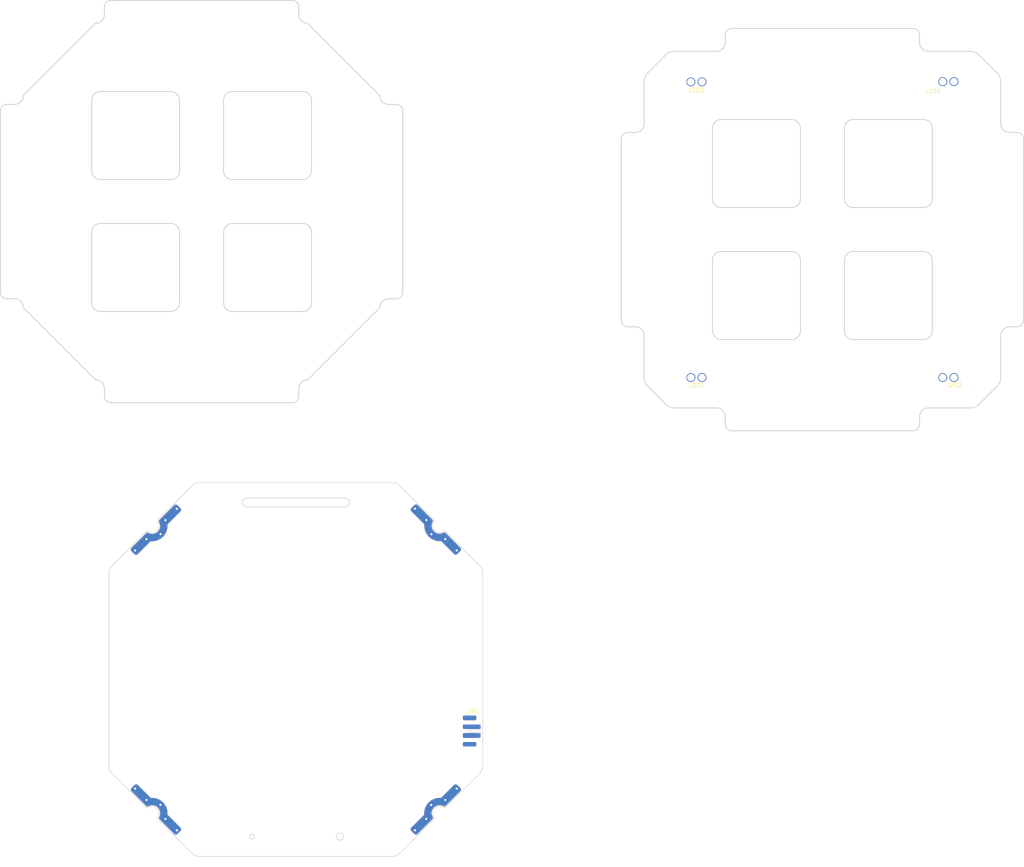
<source format=kicad_pcb>
(kicad_pcb (version 20240108) (generator "pcbnew") (generator_version "8.0")
  (layers (0 "F.Cu" signal) (31 "B.Cu" signal) (34 "B.Paste" user) (35 "F.Paste" user) (36 "B.SilkS" user "B.Silkscreen") (37 "F.SilkS" user "F.Silkscreen") (38 "B.Mask" user) (39 "F.Mask" user) (44 "Edge.Cuts" user))
  (net 0 "")
  (footprint "bac MicroMod Main Board v1:bac-PCB-Rail-Pad" (layer "F.Cu") (at 59.316415 229.40641 -135)
    (property "Reference" "H101" (hide yes))
    (property "Value" "MountingHole_Pad")
  )
  (footprint "bac MicroMod Main Board v1:bac-PCB-Rail-Pad" (layer "F.Cu") (at 124.741732 163.975871 45)
    (property "Reference" "H103" (hide yes))
    (property "Value" "MountingHole_Pad")
  )
  (footprint "bac MicroMod Main Board v1:bac-PCB-Rail-Pad" (layer "F.Cu") (at 124.723805 229.40122 -45)
    (property "Reference" "H102" (hide yes))
    (property "Value" "MountingHole_Pad")
  )
  (footprint "bac EPS v1:Mill-Max-0630-0-15-15-30-27-10-0-PN-1x02-P2.54" (layer "F.Cu") (at 240.419981 62.989961)
    (property "Reference" "J204")
    (property "Value" "Conn_01x02_Pin")
  )
  (footprint "bac EPS v1:Mill-Max-0630-0-15-15-30-27-10-0-PN-1x02-P2.54" (layer "F.Cu") (at 240.419981 130.289961)
    (property "Reference" "J202")
    (property "Value" "Conn_01x02_Pin")
  )
  (footprint "bac MicroMod Main Board v1:bac-PCB-Rail-Pad" (layer "F.Cu") (at 59.311205 163.99902 135)
    (property "Reference" "H104" (hide yes))
    (property "Value" "MountingHole_Pad")
  )
  (footprint "bac EPS v1:Mill-Max-0630-0-15-15-30-27-10-0-PN-1x02-P2.54" (layer "F.Cu") (at 183.119981 130.289961)
    (property "Reference" "J201")
    (property "Value" "Conn_01x02_Pin")
  )
  (footprint "bac MicroMod Main Board v1:bac-KYO-00-9159-BTB" (layer "F.Cu") (at 132.020002 210.7001)
    (property "Reference" "J201")
    (property "Value" "Conn_02x04_Top_Bottom")
    (fp_line (start -0.3 0.3) (end 2.2 0.3) (stroke (width 0.1)) (layer "Edge.Cuts"))
    (fp_line (start 2.2 -0.3) (end -0.3 -0.3) (stroke (width 0.1)) (layer "Edge.Cuts"))
    (fp_line (start 2.5 -3.5) (end 2.5 -4) (stroke (width 0.1)) (layer "Edge.Cuts"))
    (fp_line (start 2.5 -3.5) (end 2.5 -0.6) (stroke (width 0.1)) (layer "Edge.Cuts"))
    (fp_line (start 2.5 0.6) (end 2.5 3.5) (stroke (width 0.1)) (layer "Edge.Cuts"))
    (fp_line (start 2.5 3.5) (end 2.5 4) (stroke (width 0.1)) (layer "Edge.Cuts"))
    (fp_arc (start -0.6 0) (mid -0.512132 -0.212132) (end -0.3 -0.3) (stroke (width 0.1)) (layer "Edge.Cuts"))
    (fp_arc (start -0.3 0.3) (mid -0.512132 0.212132) (end -0.6 0) (stroke (width 0.1)) (layer "Edge.Cuts"))
    (fp_arc (start 2.2 0.3) (mid 2.412132 0.387868) (end 2.5 0.6) (stroke (width 0.1)) (layer "Edge.Cuts"))
    (fp_arc (start 2.5 -0.6) (mid 2.412132 -0.387868) (end 2.2 -0.3) (stroke (width 0.1)) (layer "Edge.Cuts"))
  )
  (footprint "bac EPS v1:Mill-Max-0630-0-15-15-30-27-10-0-PN-1x02-P2.54" (layer "F.Cu") (at 183.119981 63.039961)
    (property "Reference" "J203")
    (property "Value" "Conn_01x02_Pin")
  )
  (footprint "bac MicroMod Main Board v1:bac-KYO-00-9159-BTB" (layer "F.Cu") (at 132.020002 210.7001)
    (property "Reference" "J201")
    (property "Value" "Conn_02x04_Top_Bottom")
    (fp_line (start -0.3 0.3) (end 2.2 0.3) (stroke (width 0.1)) (layer "Edge.Cuts"))
    (fp_line (start 2.2 -0.3) (end -0.3 -0.3) (stroke (width 0.1)) (layer "Edge.Cuts"))
    (fp_line (start 2.5 -3.5) (end 2.5 -4) (stroke (width 0.1)) (layer "Edge.Cuts"))
    (fp_line (start 2.5 -3.5) (end 2.5 -0.6) (stroke (width 0.1)) (layer "Edge.Cuts"))
    (fp_line (start 2.5 0.6) (end 2.5 3.5) (stroke (width 0.1)) (layer "Edge.Cuts"))
    (fp_line (start 2.5 3.5) (end 2.5 4) (stroke (width 0.1)) (layer "Edge.Cuts"))
    (fp_arc (start -0.6 0) (mid -0.512132 -0.212132) (end -0.3 -0.3) (stroke (width 0.1)) (layer "Edge.Cuts"))
    (fp_arc (start -0.3 0.3) (mid -0.512132 0.212132) (end -0.6 0) (stroke (width 0.1)) (layer "Edge.Cuts"))
    (fp_arc (start 2.2 0.3) (mid 2.412132 0.387868) (end 2.5 0.6) (stroke (width 0.1)) (layer "Edge.Cuts"))
    (fp_arc (start 2.5 -0.6) (mid 2.412132 -0.387868) (end 2.2 -0.3) (stroke (width 0.1)) (layer "Edge.Cuts"))
  )
  (gr_line (start 245.4774 56.09) (end 235.873 56.09) (stroke (width 0.2)) (layer "Edge.Cuts"))
  (gr_line (start 77.575086 95.252289) (end 93.575086 95.252289) (stroke (width 0.2)) (layer "Edge.Cuts"))
  (gr_line (start 257.52 76.036967) (end 257.519981 117.242861) (stroke (width 0.2)) (layer "Edge.Cuts"))
  (gr_line (start 233.873033 54.09) (end 233.873033 52.375923) (stroke (width 0.2)) (layer "Edge.Cuts"))
  (gr_line (start 234.770001 91.630001) (end 218.770001 91.630001) (stroke (width 0.2)) (layer "Edge.Cuts"))
  (gr_line (start 68.526831 154.78693) (end 60.748158 162.565605) (stroke (width 0.1)) (layer "Edge.Cuts"))
  (gr_arc (start 247.315908 136.428407) (mid 246.472343 136.992046) (end 245.4773 137.189983) (stroke (width 0.2)) (layer "Edge.Cuts"))
  (gr_line (start 24.825086 110.222289) (end 24.825086 110.875321) (stroke (width 0.2)) (layer "Edge.Cuts"))
  (gr_arc (start 188.77 121.63) (mid 187.355776 121.044224) (end 186.77 119.63) (stroke (width 0.2)) (layer "Edge.Cuts"))
  (gr_arc (start 233.873014 140.889981) (mid 233.433674 141.950635) (end 232.373014 142.389961) (stroke (width 0.2)) (layer "Edge.Cuts"))
  (gr_arc (start 252.32 130.3474) (mid 252.122108 131.342367) (end 251.558478 132.185837) (stroke (width 0.2)) (layer "Edge.Cuts"))
  (gr_arc (start 69.941202 239.201138) (mid 69.175693 239.0489) (end 68.526749 238.615252) (stroke (width 0.1)) (layer "Edge.Cuts"))
  (gr_arc (start 189.666967 52.390001) (mid 190.106292 51.329325) (end 191.166968 50.89) (stroke (width 0.2)) (layer "Edge.Cuts"))
  (gr_circle (center 102.02 234.70114) (end 101.219999 234.701138) (stroke (width 0.1)) (fill none) (layer "Edge.Cuts"))
  (gr_line (start 45.575087 83.26229) (end 45.575087 67.24229) (stroke (width 0.2)) (layer "Edge.Cuts"))
  (gr_line (start 247.315908 136.428407) (end 251.558478 132.185837) (stroke (width 0.2)) (layer "Edge.Cuts"))
  (gr_arc (start 234.770001 71.610001) (mid 236.184203 72.195799) (end 236.770001 73.610001) (stroke (width 0.2)) (layer "Edge.Cuts"))
  (gr_line (start 49.52 174.6223) (end 49.52 218.771383) (stroke (width 0.1)) (layer "Edge.Cuts"))
  (gr_line (start 186.770001 89.630001) (end 186.770001 73.610001) (stroke (width 0.2)) (layer "Edge.Cuts"))
  (gr_arc (start 60.681918 163.170592) (mid 60.445036 165.131379) (end 58.484249 165.368261) (stroke (width 0.1)) (layer "Edge.Cuts"))
  (gr_line (start 231.72 142.39) (end 232.373033 142.39) (stroke (width 0.2)) (layer "Edge.Cuts"))
  (gr_arc (start 186.77 103.61) (mid 187.355779 102.195779) (end 188.77 101.61) (stroke (width 0.2)) (layer "Edge.Cuts"))
  (gr_line (start 63.575087 85.26229) (end 47.575087 85.26229) (stroke (width 0.2)) (layer "Edge.Cuts"))
  (gr_arc (start 47.575086 115.262289) (mid 46.160862 114.676513) (end 45.575086 113.262289) (stroke (width 0.2)) (layer "Edge.Cuts"))
  (gr_line (start 123.284106 230.844404) (end 123.284108 230.844406) (stroke (width 0.1)) (layer "Edge.Cuts"))
  (gr_line (start 95.575086 97.252289) (end 95.575086 113.272289) (stroke (width 0.2)) (layer "Edge.Cuts"))
  (gr_line (start 75.575086 113.272289) (end 75.575086 97.252289) (stroke (width 0.2)) (layer "Edge.Cuts"))
  (gr_line (start 50.105744 220.194259) (end 57.871847 227.960361) (stroke (width 0.1)) (layer "Edge.Cuts"))
  (gr_arc (start 123.358082 230.231687) (mid 123.594893 228.270828) (end 125.555752 228.034017) (stroke (width 0.1)) (layer "Edge.Cuts"))
  (gr_arc (start 186.770001 73.610001) (mid 187.355779 72.195779) (end 188.770001 71.610001) (stroke (width 0.2)) (layer "Edge.Cuts"))
  (gr_arc (start 236.770001 89.630001) (mid 236.184206 91.044206) (end 234.770001 91.630001) (stroke (width 0.2)) (layer "Edge.Cuts"))
  (gr_arc (start 113.125086 68.169256) (mid 111.710884 67.583468) (end 111.125086 66.169256) (stroke (width 0.2)) (layer "Edge.Cuts"))
  (gr_line (start 234.77 121.64) (end 218.77 121.64) (stroke (width 0.2)) (layer "Edge.Cuts"))
  (gr_arc (start 178.062641 137.19) (mid 177.067661 136.992092) (end 176.224162 136.428477) (stroke (width 0.2)) (layer "Edge.Cuts"))
  (gr_arc (start 218.770001 91.630001) (mid 217.355777 91.044225) (end 216.770001 89.630001) (stroke (width 0.2)) (layer "Edge.Cuts"))
  (gr_line (start 115.513109 238.615406) (end 115.51311 238.615407) (stroke (width 0.1)) (layer "Edge.Cuts"))
  (gr_line (start 169.220001 74.536967) (end 167.520001 74.536967) (stroke (width 0.2)) (layer "Edge.Cuts"))
  (gr_line (start 49.52 174.6223) (end 49.52 218.771383) (stroke (width 0.1)) (layer "Edge.Cuts"))
  (gr_arc (start 189.666967 54.090001) (mid 189.081166 55.504199) (end 187.666968 56.09) (stroke (width 0.2)) (layer "Edge.Cuts"))
  (gr_arc (start 103.220002 157.701138) (mid 104.21997 158.701139) (end 103.22 159.701138) (stroke (width 0.1)) (layer "Edge.Cuts"))
  (gr_arc (start 49.52 174.6223) (mid 49.669183 173.864319) (end 50.094405 173.219356) (stroke (width 0.1)) (layer "Edge.Cuts"))
  (gr_arc (start 234.77 101.62) (mid 236.184203 102.205797) (end 236.77 103.62) (stroke (width 0.2)) (layer "Edge.Cuts"))
  (gr_arc (start 63.575087 65.24229) (mid 64.989289 65.828088) (end 65.575087 67.24229) (stroke (width 0.2)) (layer "Edge.Cuts"))
  (gr_line (start 69.941202 239.201138) (end 114.117881 239.201139) (stroke (width 0.1)) (layer "Edge.Cuts"))
  (gr_line (start 77.575087 65.24229) (end 93.575087 65.24229) (stroke (width 0.2)) (layer "Edge.Cuts"))
  (gr_line (start 94.678086 49.722289) (end 100.965086 56.042289) (stroke (width 0.2)) (layer "Edge.Cuts"))
  (gr_arc (start 94.678086 49.722289) (mid 93.263872 49.136503) (end 92.678119 47.722289) (stroke (width 0.2)) (layer "Edge.Cuts"))
  (gr_arc (start 235.872981 56.089961) (mid 234.458772 55.50418) (end 233.873014 54.089961) (stroke (width 0.2)) (layer "Edge.Cuts"))
  (gr_arc (start 169.220001 118.743033) (mid 170.634217 119.328816) (end 171.22 120.743032) (stroke (width 0.2)) (layer "Edge.Cuts"))
  (gr_line (start 65.575086 97.242289) (end 65.575086 113.262289) (stroke (width 0.2)) (layer "Edge.Cuts"))
  (gr_arc (start 123.358082 230.231687) (mid 123.42691 230.550821) (end 123.284106 230.844404) (stroke (width 0.1)) (layer "Edge.Cuts"))
  (gr_line (start 103.220002 157.701138) (end 80.832249 157.701138) (stroke (width 0.1)) (layer "Edge.Cuts"))
  (gr_line (start 123.278821 162.552582) (end 115.503997 154.777757) (stroke (width 0.1)) (layer "Edge.Cuts"))
  (gr_arc (start 92.678119 134.522309) (mid 92.238748 135.58293) (end 91.178119 136.022289) (stroke (width 0.2)) (layer "Edge.Cuts"))
  (gr_arc (start 125.550548 165.363056) (mid 125.869744 165.294243) (end 126.163332 165.437169) (stroke (width 0.1)) (layer "Edge.Cuts"))
  (gr_arc (start 68.526831 154.78693) (mid 69.175704 154.353378) (end 69.941102 154.201162) (stroke (width 0.1)) (layer "Edge.Cuts"))
  (gr_line (start 191.166968 50.89) (end 232.3729 50.89) (stroke (width 0.2)) (layer "Edge.Cuts"))
  (gr_arc (start 45.575086 97.242289) (mid 46.160865 95.828068) (end 47.575086 95.242289) (stroke (width 0.2)) (layer "Edge.Cuts"))
  (gr_arc (start 256.02 74.536967) (mid 257.080656 74.976311) (end 257.52 76.036967) (stroke (width 0.2)) (layer "Edge.Cuts"))
  (gr_line (start 92.678119 47.722289) (end 92.678119 46.008212) (stroke (width 0.2)) (layer "Edge.Cuts"))
  (gr_line (start 189.666948 139.18996) (end 189.666948 140.88996) (stroke (width 0.2)) (layer "Edge.Cuts"))
  (gr_arc (start 233.873014 139.189981) (mid 234.460662 137.773861) (end 235.878332 137.189961) (stroke (width 0.2)) (layer "Edge.Cuts"))
  (gr_arc (start 171.220001 62.932641) (mid 171.417891 61.937644) (end 171.981518 61.094137) (stroke (width 0.2)) (layer "Edge.Cuts"))
  (gr_line (start 204.770001 91.630001) (end 188.770001 91.630001) (stroke (width 0.2)) (layer "Edge.Cuts"))
  (gr_arc (start 134.52 218.78) (mid 134.367726 219.545436) (end 133.934155 220.194354) (stroke (width 0.1)) (layer "Edge.Cuts"))
  (gr_arc (start 45.575087 67.24229) (mid 46.160865 65.828068) (end 47.575087 65.24229) (stroke (width 0.2)) (layer "Edge.Cuts"))
  (gr_line (start 186.77 119.63) (end 186.77 103.61) (stroke (width 0.2)) (layer "Edge.Cuts"))
  (gr_arc (start 115.513109 238.615406) (mid 114.873007 239.045268) (end 114.117881 239.201139) (stroke (width 0.1)) (layer "Edge.Cuts"))
  (gr_line (start 75.575087 83.26229) (end 75.575087 67.24229) (stroke (width 0.2)) (layer "Edge.Cuts"))
  (gr_line (start 47.575087 65.24229) (end 63.575087 65.24229) (stroke (width 0.2)) (layer "Edge.Cuts"))
  (gr_line (start 123.278821 162.552582) (end 115.503997 154.777757) (stroke (width 0.1)) (layer "Edge.Cuts"))
  (gr_arc (start 251.558388 61.094053) (mid 252.122047 61.937609) (end 252.319964 62.932661) (stroke (width 0.2)) (layer "Edge.Cuts"))
  (gr_line (start 178.062622 137.189961) (end 187.666949 137.189961) (stroke (width 0.2)) (layer "Edge.Cuts"))
  (gr_arc (start 123.358082 230.231687) (mid 123.594893 228.270828) (end 125.555752 228.034017) (stroke (width 0.1)) (layer "Edge.Cuts"))
  (gr_line (start 116.325086 70.322289) (end 116.325086 69.669256) (stroke (width 0.2)) (layer "Edge.Cuts"))
  (gr_arc (start 95.575087 83.26229) (mid 94.989291 84.676494) (end 93.575087 85.26229) (stroke (width 0.2)) (layer "Edge.Cuts"))
  (gr_line (start 235.878351 137.19) (end 245.4773 137.19) (stroke (width 0.2)) (layer "Edge.Cuts"))
  (gr_arc (start 69.941202 239.201138) (mid 69.175693 239.0489) (end 68.526749 238.615252) (stroke (width 0.1)) (layer "Edge.Cuts"))
  (gr_line (start 231.719981 142.389961) (end 191.166968 142.39) (stroke (width 0.2)) (layer "Edge.Cuts"))
  (gr_arc (start 187.666968 137.19) (mid 189.081187 137.77578) (end 189.666967 139.189999) (stroke (width 0.2)) (layer "Edge.Cuts"))
  (gr_arc (start 49.52 174.6223) (mid 49.669183 173.864319) (end 50.094405 173.219356) (stroke (width 0.1)) (layer "Edge.Cuts"))
  (gr_arc (start 75.575086 97.252289) (mid 76.160865 95.838068) (end 77.575086 95.252289) (stroke (width 0.2)) (layer "Edge.Cuts"))
  (gr_line (start 133.929272 173.203033) (end 126.16337 165.437131) (stroke (width 0.1)) (layer "Edge.Cuts"))
  (gr_arc (start 206.77 119.63) (mid 206.184205 121.044205) (end 204.77 121.63) (stroke (width 0.2)) (layer "Edge.Cuts"))
  (gr_line (start 236.77 103.62) (end 236.77 119.64) (stroke (width 0.2)) (layer "Edge.Cuts"))
  (gr_arc (start 75.575087 67.24229) (mid 76.160865 65.828068) (end 77.575087 65.24229) (stroke (width 0.2)) (layer "Edge.Cuts"))
  (gr_arc (start 125.550548 165.363056) (mid 125.869744 165.294243) (end 126.163332 165.437169) (stroke (width 0.1)) (layer "Edge.Cuts"))
  (gr_line (start 134.519991 174.6222) (end 134.519991 206.7001) (stroke (width 0.1)) (layer "Edge.Cuts"))
  (gr_arc (start 216.770001 73.610001) (mid 217.355779 72.195779) (end 218.770001 71.610001) (stroke (width 0.2)) (layer "Edge.Cuts"))
  (gr_line (start 206.77 103.61) (end 206.77 119.63) (stroke (width 0.2)) (layer "Edge.Cuts"))
  (gr_line (start 115.51311 238.615407) (end 123.284108 230.844406) (stroke (width 0.1)) (layer "Edge.Cuts"))
  (gr_line (start 95.575087 67.24229) (end 95.575087 83.26229) (stroke (width 0.2)) (layer "Edge.Cuts"))
  (gr_arc (start 24.825086 69.669257) (mid 25.264414 68.608584) (end 26.325087 68.169256) (stroke (width 0.2)) (layer "Edge.Cuts"))
  (gr_line (start 116.325086 70.322289) (end 116.325086 110.222289) (stroke (width 0.2)) (layer "Edge.Cuts"))
  (gr_line (start 80.820002 159.701138) (end 103.22 159.701138) (stroke (width 0.1)) (layer "Edge.Cuts"))
  (gr_line (start 92.678119 134.522309) (end 92.678119 132.822309) (stroke (width 0.2)) (layer "Edge.Cuts"))
  (gr_line (start 49.972054 136.022289) (end 50.625087 136.022289) (stroke (width 0.2)) (layer "Edge.Cuts"))
  (gr_line (start 218.77 101.62) (end 234.77 101.62) (stroke (width 0.2)) (layer "Edge.Cuts"))
  (gr_line (start 68.526831 154.78693) (end 60.748158 162.565605) (stroke (width 0.1)) (layer "Edge.Cuts"))
  (gr_arc (start 95.575086 113.272289) (mid 94.989291 114.686494) (end 93.575086 115.272289) (stroke (width 0.2)) (layer "Edge.Cuts"))
  (gr_line (start 171.22 62.932641) (end 171.22 72.536968) (stroke (width 0.2)) (layer "Edge.Cuts"))
  (gr_line (start 26.325087 112.375322) (end 28.025087 112.375322) (stroke (width 0.2)) (layer "Edge.Cuts"))
  (gr_arc (start 92.678119 132.822309) (mid 93.265779 131.406201) (end 94.683437 130.822289) (stroke (width 0.2)) (layer "Edge.Cuts"))
  (gr_arc (start 49.972054 136.022289) (mid 48.911399 135.582943) (end 48.472053 134.522288) (stroke (width 0.2)) (layer "Edge.Cuts"))
  (gr_line (start 116.325086 110.875189) (end 116.325086 110.222289) (stroke (width 0.2)) (layer "Edge.Cuts"))
  (gr_line (start 50.625086 44.522289) (end 49.972054 44.522289) (stroke (width 0.2)) (layer "Edge.Cuts"))
  (gr_line (start 30.025086 114.375321) (end 46.472054 130.822289) (stroke (width 0.2)) (layer "Edge.Cuts"))
  (gr_line (start 126.168558 227.959957) (end 133.934159 220.194358) (stroke (width 0.1)) (layer "Edge.Cuts"))
  (gr_arc (start 60.761194 230.849708) (mid 60.618335 230.55609) (end 60.687122 230.23689) (stroke (width 0.1)) (layer "Edge.Cuts"))
  (gr_arc (start 65.575087 83.26229) (mid 64.989292 84.676495) (end 63.575087 85.26229) (stroke (width 0.2)) (layer "Edge.Cuts"))
  (gr_line (start 68.526749 238.615252) (end 68.526742 238.615259) (stroke (width 0.1)) (layer "Edge.Cuts"))
  (gr_line (start 30.025086 66.169257) (end 46.472054 49.722289) (stroke (width 0.2)) (layer "Edge.Cuts"))
  (gr_arc (start 216.77 103.62) (mid 217.355779 102.205779) (end 218.77 101.62) (stroke (width 0.2)) (layer "Edge.Cuts"))
  (gr_arc (start 116.325086 110.875189) (mid 115.890723 111.930931) (end 114.839163 112.375322) (stroke (width 0.2)) (layer "Edge.Cuts"))
  (gr_arc (start 114.098902 154.201138) (mid 114.858303 154.350908) (end 115.503997 154.777757) (stroke (width 0.1)) (layer "Edge.Cuts"))
  (gr_arc (start 188.770001 91.630001) (mid 187.355777 91.044225) (end 186.770001 89.630001) (stroke (width 0.2)) (layer "Edge.Cuts"))
  (gr_arc (start 93.575087 65.24229) (mid 94.989288 65.828089) (end 95.575087 67.24229) (stroke (width 0.2)) (layer "Edge.Cuts"))
  (gr_arc (start 80.820002 159.701138) (mid 79.819979 158.694976) (end 80.832249 157.701138) (stroke (width 0.1)) (layer "Edge.Cuts"))
  (gr_arc (start 204.77 101.61) (mid 206.184203 102.195797) (end 206.77 103.61) (stroke (width 0.2)) (layer "Edge.Cuts"))
  (gr_line (start 126.168557 227.959956) (end 126.168558 227.959957) (stroke (width 0.1)) (layer "Edge.Cuts"))
  (gr_line (start 123.284106 230.844404) (end 123.284108 230.844406) (stroke (width 0.1)) (layer "Edge.Cuts"))
  (gr_arc (start 93.575086 95.252289) (mid 94.989288 95.838087) (end 95.575086 97.252289) (stroke (width 0.2)) (layer "Edge.Cuts"))
  (gr_line (start 91.177986 44.522289) (end 90.525086 44.522289) (stroke (width 0.2)) (layer "Edge.Cuts"))
  (gr_arc (start 30.025086 66.169257) (mid 29.439287 67.583457) (end 28.025087 68.169256) (stroke (width 0.2)) (layer "Edge.Cuts"))
  (gr_line (start 57.871433 165.44233) (end 50.094405 173.219356) (stroke (width 0.1)) (layer "Edge.Cuts"))
  (gr_line (start 93.575086 115.272289) (end 77.575086 115.272289) (stroke (width 0.2)) (layer "Edge.Cuts"))
  (gr_arc (start 236.77 119.64) (mid 236.184205 121.054205) (end 234.77 121.64) (stroke (width 0.2)) (layer "Edge.Cuts"))
  (gr_line (start 233.873033 140.89002) (end 233.873033 139.19002) (stroke (width 0.2)) (layer "Edge.Cuts"))
  (gr_arc (start 60.681918 163.170592) (mid 60.445036 165.131379) (end 58.484249 165.368261) (stroke (width 0.1)) (layer "Edge.Cuts"))
  (gr_line (start 133.934155 220.194354) (end 133.934159 220.194358) (stroke (width 0.1)) (layer "Edge.Cuts"))
  (gr_arc (start 218.77 121.64) (mid 217.355776 121.054224) (end 216.77 119.64) (stroke (width 0.2)) (layer "Edge.Cuts"))
  (gr_arc (start 58.489452 228.03922) (mid 60.450271 228.276071) (end 60.687122 230.23689) (stroke (width 0.1)) (layer "Edge.Cuts"))
  (gr_arc (start 166.02 76.036968) (mid 166.459328 74.976295) (end 167.520001 74.536967) (stroke (width 0.2)) (layer "Edge.Cuts"))
  (gr_line (start 126.168557 227.959956) (end 126.168558 227.959957) (stroke (width 0.1)) (layer "Edge.Cuts"))
  (gr_line (start 50.625086 44.522289) (end 90.525086 44.522289) (stroke (width 0.2)) (layer "Edge.Cuts"))
  (gr_arc (start 171.22 72.536968) (mid 170.634201 73.951168) (end 169.220001 74.536967) (stroke (width 0.2)) (layer "Edge.Cuts"))
  (gr_circle (center 102.02 234.70114) (end 101.219999 234.701138) (stroke (width 0.1)) (fill none) (layer "Edge.Cuts"))
  (gr_line (start 28.025087 68.169256) (end 26.325087 68.169256) (stroke (width 0.2)) (layer "Edge.Cuts"))
  (gr_arc (start 60.681918 163.170592) (mid 60.612443 162.856865) (end 60.748158 162.565605) (stroke (width 0.1)) (layer "Edge.Cuts"))
  (gr_line (start 113.125086 112.375322) (end 114.839163 112.375322) (stroke (width 0.2)) (layer "Edge.Cuts"))
  (gr_arc (start 125.550548 165.363056) (mid 123.58977 165.126165) (end 123.352879 163.165387) (stroke (width 0.1)) (layer "Edge.Cuts"))
  (gr_arc (start 134.52 218.78) (mid 134.367726 219.545436) (end 133.934155 220.194354) (stroke (width 0.1)) (layer "Edge.Cuts"))
  (gr_arc (start 80.820002 159.701138) (mid 79.819979 158.694976) (end 80.832249 157.701138) (stroke (width 0.1)) (layer "Edge.Cuts"))
  (gr_arc (start 123.278821 162.552582) (mid 123.421671 162.846196) (end 123.352879 163.165387) (stroke (width 0.1)) (layer "Edge.Cuts"))
  (gr_arc (start 125.550548 165.363056) (mid 123.58977 165.126165) (end 123.352879 163.165387) (stroke (width 0.1)) (layer "Edge.Cuts"))
  (gr_arc (start 26.325087 112.375322) (mid 25.264429 111.935979) (end 24.825086 110.875321) (stroke (width 0.2)) (layer "Edge.Cuts"))
  (gr_arc (start 204.770001 71.610001) (mid 206.184203 72.195799) (end 206.770001 73.610001) (stroke (width 0.2)) (layer "Edge.Cuts"))
  (gr_arc (start 171.981523 132.185838) (mid 171.417927 131.342331) (end 171.22 130.347359) (stroke (width 0.2)) (layer "Edge.Cuts"))
  (gr_line (start 133.934155 220.194354) (end 133.934159 220.194358) (stroke (width 0.1)) (layer "Edge.Cuts"))
  (gr_arc (start 63.575086 95.242289) (mid 64.989289 95.828086) (end 65.575086 97.242289) (stroke (width 0.2)) (layer "Edge.Cuts"))
  (gr_line (start 114.098902 154.201138) (end 69.941102 154.20114) (stroke (width 0.1)) (layer "Edge.Cuts"))
  (gr_arc (start 58.489452 228.03922) (mid 60.450271 228.276071) (end 60.687122 230.23689) (stroke (width 0.1)) (layer "Edge.Cuts"))
  (gr_arc (start 58.489452 228.03922) (mid 58.166877 228.107657) (end 57.871847 227.960361) (stroke (width 0.1)) (layer "Edge.Cuts"))
  (gr_arc (start 77.575086 115.272289) (mid 76.160862 114.686513) (end 75.575086 113.272289) (stroke (width 0.2)) (layer "Edge.Cuts"))
  (gr_arc (start 60.681918 163.170592) (mid 60.612443 162.856865) (end 60.748158 162.565605) (stroke (width 0.1)) (layer "Edge.Cuts"))
  (gr_arc (start 58.489452 228.03922) (mid 58.166877 228.107657) (end 57.871847 227.960361) (stroke (width 0.1)) (layer "Edge.Cuts"))
  (gr_line (start 65.575087 67.24229) (end 65.575087 83.26229) (stroke (width 0.2)) (layer "Edge.Cuts"))
  (gr_arc (start 115.513109 238.615406) (mid 114.873007 239.045268) (end 114.117881 239.201139) (stroke (width 0.1)) (layer "Edge.Cuts"))
  (gr_arc (start 167.520001 118.743033) (mid 166.459343 118.30369) (end 166.02 117.243032) (stroke (width 0.2)) (layer "Edge.Cuts"))
  (gr_line (start 216.770001 89.630001) (end 216.770001 73.610001) (stroke (width 0.2)) (layer "Edge.Cuts"))
  (gr_line (start 93.575087 85.26229) (end 77.575087 85.26229) (stroke (width 0.2)) (layer "Edge.Cuts"))
  (gr_line (start 188.77 101.61) (end 204.77 101.61) (stroke (width 0.2)) (layer "Edge.Cuts"))
  (gr_line (start 111.125086 114.375289) (end 94.683437 130.822289) (stroke (width 0.2)) (layer "Edge.Cuts"))
  (gr_line (start 48.472053 132.822288) (end 48.472053 134.522288) (stroke (width 0.2)) (layer "Edge.Cuts"))
  (gr_arc (start 48.472053 46.02229) (mid 48.911378 44.961614) (end 49.972054 44.522289) (stroke (width 0.2)) (layer "Edge.Cuts"))
  (gr_line (start 60.761194 230.849708) (end 68.526742 238.615259) (stroke (width 0.1)) (layer "Edge.Cuts"))
  (gr_line (start 90.525086 136.022289) (end 91.178119 136.022289) (stroke (width 0.2)) (layer "Edge.Cuts"))
  (gr_circle (center 82.019999 234.701138) (end 81.47 234.701138) (stroke (width 0.1)) (fill none) (layer "Edge.Cuts"))
  (gr_arc (start 123.278821 162.552582) (mid 123.421671 162.846196) (end 123.352879 163.165387) (stroke (width 0.1)) (layer "Edge.Cuts"))
  (gr_line (start 252.319981 130.347361) (end 252.319981 120.742961) (stroke (width 0.2)) (layer "Edge.Cuts"))
  (gr_line (start 126.168558 227.959957) (end 133.934159 220.194358) (stroke (width 0.1)) (layer "Edge.Cuts"))
  (gr_arc (start 252.319981 120.742961) (mid 252.905762 119.328752) (end 254.319981 118.742994) (stroke (width 0.2)) (layer "Edge.Cuts"))
  (gr_line (start 45.575086 113.262289) (end 45.575086 97.242289) (stroke (width 0.2)) (layer "Edge.Cuts"))
  (gr_line (start 134.519991 174.6222) (end 134.519991 206.7001) (stroke (width 0.1)) (layer "Edge.Cuts"))
  (gr_line (start 115.513109 238.615406) (end 115.51311 238.615407) (stroke (width 0.1)) (layer "Edge.Cuts"))
  (gr_line (start 80.820002 159.701138) (end 103.22 159.701138) (stroke (width 0.1)) (layer "Edge.Cuts"))
  (gr_arc (start 57.871433 165.44233) (mid 58.165048 165.299454) (end 58.484249 165.368261) (stroke (width 0.1)) (layer "Edge.Cuts"))
  (gr_circle (center 82.019999 234.701138) (end 81.47 234.701138) (stroke (width 0.1)) (fill none) (layer "Edge.Cuts"))
  (gr_line (start 218.770001 71.610001) (end 234.770001 71.610001) (stroke (width 0.2)) (layer "Edge.Cuts"))
  (gr_line (start 251.558388 61.094053) (end 247.315818 56.851483) (stroke (width 0.2)) (layer "Edge.Cuts"))
  (gr_line (start 176.224162 56.851523) (end 171.981523 61.094162) (stroke (width 0.2)) (layer "Edge.Cuts"))
  (gr_arc (start 65.575086 113.262289) (mid 64.989291 114.676494) (end 63.575086 115.262289) (stroke (width 0.2)) (layer "Edge.Cuts"))
  (gr_line (start 256.02 74.536967) (end 254.319981 74.536928) (stroke (width 0.2)) (layer "Edge.Cuts"))
  (gr_line (start 171.22 120.743032) (end 171.22 130.347359) (stroke (width 0.2)) (layer "Edge.Cuts"))
  (gr_arc (start 48.472053 47.72229) (mid 47.886252 49.136488) (end 46.472054 49.722289) (stroke (width 0.2)) (layer "Edge.Cuts"))
  (gr_arc (start 206.770001 89.630001) (mid 206.184206 91.044206) (end 204.770001 91.630001) (stroke (width 0.2)) (layer "Edge.Cuts"))
  (gr_arc (start 133.929272 173.203033) (mid 134.366403 173.853605) (end 134.519991 174.6222) (stroke (width 0.1)) (layer "Edge.Cuts"))
  (gr_line (start 24.825086 110.222289) (end 24.825086 70.32229) (stroke (width 0.2)) (layer "Edge.Cuts"))
  (gr_line (start 68.526749 238.615252) (end 68.526742 238.615259) (stroke (width 0.1)) (layer "Edge.Cuts"))
  (gr_arc (start 114.825086 68.169256) (mid 115.885758 68.608594) (end 116.325086 69.669256) (stroke (width 0.2)) (layer "Edge.Cuts"))
  (gr_line (start 166.02 117.243032) (end 166.02 76.036968) (stroke (width 0.2)) (layer "Edge.Cuts"))
  (gr_arc (start 126.168557 227.959956) (mid 125.874945 228.102818) (end 125.555752 228.034017) (stroke (width 0.1)) (layer "Edge.Cuts"))
  (gr_arc (start 111.125086 114.375289) (mid 111.71086 112.961071) (end 113.125086 112.375322) (stroke (width 0.2)) (layer "Edge.Cuts"))
  (gr_arc (start 245.477381 56.089961) (mid 246.472342 56.287868) (end 247.315818 56.851483) (stroke (width 0.2)) (layer "Edge.Cuts"))
  (gr_line (start 188.770001 71.610001) (end 204.770001 71.610001) (stroke (width 0.2)) (layer "Edge.Cuts"))
  (gr_line (start 115.51311 238.615407) (end 123.284108 230.844406) (stroke (width 0.1)) (layer "Edge.Cuts"))
  (gr_arc (start 57.871433 165.44233) (mid 58.165048 165.299454) (end 58.484249 165.368261) (stroke (width 0.1)) (layer "Edge.Cuts"))
  (gr_line (start 134.52 218.78) (end 134.52 214.7001) (stroke (width 0.1)) (layer "Edge.Cuts"))
  (gr_arc (start 60.761194 230.849708) (mid 60.618335 230.55609) (end 60.687122 230.23689) (stroke (width 0.1)) (layer "Edge.Cuts"))
  (gr_arc (start 254.319981 74.536928) (mid 252.905753 73.951155) (end 252.319981 72.536928) (stroke (width 0.2)) (layer "Edge.Cuts"))
  (gr_line (start 103.220002 157.701138) (end 80.832249 157.701138) (stroke (width 0.1)) (layer "Edge.Cuts"))
  (gr_line (start 204.77 121.63) (end 188.77 121.63) (stroke (width 0.2)) (layer "Edge.Cuts"))
  (gr_line (start 63.575086 115.262289) (end 47.575086 115.262289) (stroke (width 0.2)) (layer "Edge.Cuts"))
  (gr_line (start 114.825086 68.169256) (end 113.125086 68.169256) (stroke (width 0.2)) (layer "Edge.Cuts"))
  (gr_arc (start 257.519981 117.242861) (mid 257.085619 118.298603) (end 256.034058 118.742994) (stroke (width 0.2)) (layer "Edge.Cuts"))
  (gr_arc (start 28.025087 112.375322) (mid 29.439303 112.961105) (end 30.025086 114.375321) (stroke (width 0.2)) (layer "Edge.Cuts"))
  (gr_arc (start 50.105744 220.194259) (mid 49.670551 219.541409) (end 49.52 218.771383) (stroke (width 0.1)) (layer "Edge.Cuts"))
  (gr_arc (start 114.098902 154.201138) (mid 114.858303 154.350908) (end 115.503997 154.777757) (stroke (width 0.1)) (layer "Edge.Cuts"))
  (gr_arc (start 133.929272 173.203033) (mid 134.366403 173.853605) (end 134.519991 174.6222) (stroke (width 0.1)) (layer "Edge.Cuts"))
  (gr_line (start 60.761194 230.849708) (end 68.526742 238.615259) (stroke (width 0.1)) (layer "Edge.Cuts"))
  (gr_arc (start 191.166968 142.39) (mid 190.106313 141.950654) (end 189.666967 140.889999) (stroke (width 0.2)) (layer "Edge.Cuts"))
  (gr_line (start 50.105744 220.194259) (end 57.871847 227.960361) (stroke (width 0.1)) (layer "Edge.Cuts"))
  (gr_line (start 47.575086 95.242289) (end 63.575086 95.242289) (stroke (width 0.2)) (layer "Edge.Cuts"))
  (gr_line (start 90.525086 136.022289) (end 50.625087 136.022289) (stroke (width 0.2)) (layer "Edge.Cuts"))
  (gr_arc (start 126.168557 227.959956) (mid 125.874945 228.102818) (end 125.555752 228.034017) (stroke (width 0.1)) (layer "Edge.Cuts"))
  (gr_line (start 171.981523 132.185838) (end 176.224162 136.428477) (stroke (width 0.2)) (layer "Edge.Cuts"))
  (gr_line (start 69.941202 239.201138) (end 114.117881 239.201139) (stroke (width 0.1)) (layer "Edge.Cuts"))
  (gr_line (start 206.770001 73.610001) (end 206.770001 89.630001) (stroke (width 0.2)) (layer "Edge.Cuts"))
  (gr_line (start 57.871433 165.44233) (end 50.094405 173.219356) (stroke (width 0.1)) (layer "Edge.Cuts"))
  (gr_arc (start 176.224162 56.851523) (mid 177.067672 56.287934) (end 178.062641 56.09) (stroke (width 0.2)) (layer "Edge.Cuts"))
  (gr_line (start 216.77 119.64) (end 216.77 103.62) (stroke (width 0.2)) (layer "Edge.Cuts"))
  (gr_arc (start 123.358082 230.231687) (mid 123.42691 230.550821) (end 123.284106 230.844404) (stroke (width 0.1)) (layer "Edge.Cuts"))
  (gr_line (start 167.520001 118.743033) (end 169.220001 118.743033) (stroke (width 0.2)) (layer "Edge.Cuts"))
  (gr_arc (start 103.220002 157.701138) (mid 104.21997 158.701139) (end 103.22 159.701138) (stroke (width 0.1)) (layer "Edge.Cuts"))
  (gr_line (start 100.965086 56.042289) (end 111.125086 66.169256) (stroke (width 0.2)) (layer "Edge.Cuts"))
  (gr_line (start 187.666949 56.089961) (end 178.062641 56.09) (stroke (width 0.2)) (layer "Edge.Cuts"))
  (gr_line (start 236.770001 73.610001) (end 236.770001 89.630001) (stroke (width 0.2)) (layer "Edge.Cuts"))
  (gr_arc (start 91.177986 44.522289) (mid 92.233716 44.956663) (end 92.678119 46.008212) (stroke (width 0.2)) (layer "Edge.Cuts"))
  (gr_arc (start 46.472054 130.822289) (mid 47.886273 131.408069) (end 48.472053 132.822288) (stroke (width 0.2)) (layer "Edge.Cuts"))
  (gr_line (start 254.319981 118.742994) (end 256.034058 118.742994) (stroke (width 0.2)) (layer "Edge.Cuts"))
  (gr_arc (start 232.3729 50.89) (mid 233.428632 51.324373) (end 233.873033 52.375923) (stroke (width 0.2)) (layer "Edge.Cuts"))
  (gr_arc (start 77.575087 85.26229) (mid 76.160863 84.676514) (end 75.575087 83.26229) (stroke (width 0.2)) (layer "Edge.Cuts"))
  (gr_arc (start 47.575087 85.26229) (mid 46.160863 84.676514) (end 45.575087 83.26229) (stroke (width 0.2)) (layer "Edge.Cuts"))
  (gr_arc (start 50.105744 220.194259) (mid 49.670551 219.541409) (end 49.52 218.771383) (stroke (width 0.1)) (layer "Edge.Cuts"))
  (gr_line (start 189.666967 52.390001) (end 189.666967 54.090001) (stroke (width 0.2)) (layer "Edge.Cuts"))
  (gr_line (start 134.52 218.78) (end 134.52 214.7001) (stroke (width 0.1)) (layer "Edge.Cuts"))
  (gr_line (start 133.929272 173.203033) (end 126.16337 165.437131) (stroke (width 0.1)) (layer "Edge.Cuts"))
  (gr_line (start 24.825086 69.669257) (end 24.825086 70.32229) (stroke (width 0.2)) (layer "Edge.Cuts"))
  (gr_line (start 252.319981 72.536928) (end 252.319981 62.932661) (stroke (width 0.2)) (layer "Edge.Cuts"))
  (gr_line (start 114.098902 154.201138) (end 69.941102 154.20114) (stroke (width 0.1)) (layer "Edge.Cuts"))
  (gr_line (start 48.472053 46.02229) (end 48.472053 47.72229) (stroke (width 0.2)) (layer "Edge.Cuts"))
  (gr_arc (start 68.526831 154.78693) (mid 69.175704 154.353378) (end 69.941102 154.201162) (stroke (width 0.1)) (layer "Edge.Cuts"))
)
</source>
